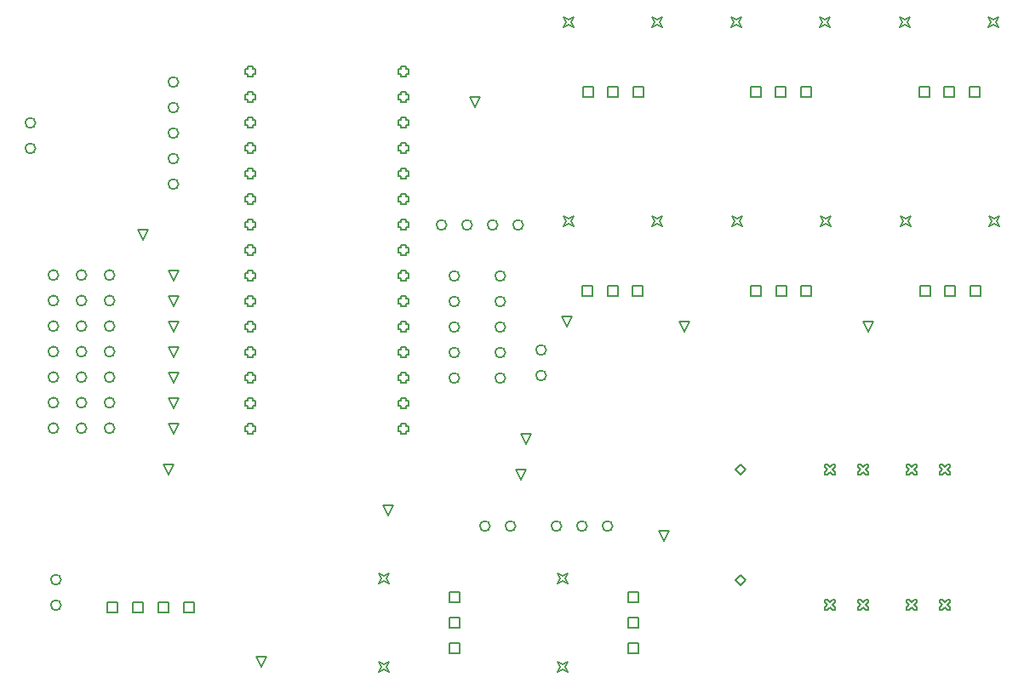
<source format=gbr>
G04*
G04 #@! TF.GenerationSoftware,Altium Limited,Altium Designer,24.1.2 (44)*
G04*
G04 Layer_Color=2752767*
%FSLAX25Y25*%
%MOIN*%
G70*
G04*
G04 #@! TF.SameCoordinates,E3FF4B23-F407-445B-9987-FD0FFFC61A21*
G04*
G04*
G04 #@! TF.FilePolarity,Positive*
G04*
G01*
G75*
%ADD63C,0.00500*%
%ADD64C,0.00667*%
D63*
X313000Y363000D02*
Y362000D01*
X315000D01*
Y363000D01*
X316000D01*
Y365000D01*
X315000D01*
Y366000D01*
X313000D01*
Y365000D01*
X312000D01*
Y363000D01*
X313000D01*
Y373000D02*
Y372000D01*
X315000D01*
Y373000D01*
X316000D01*
Y375000D01*
X315000D01*
Y376000D01*
X313000D01*
Y375000D01*
X312000D01*
Y373000D01*
X313000D01*
Y383000D02*
Y382000D01*
X315000D01*
Y383000D01*
X316000D01*
Y385000D01*
X315000D01*
Y386000D01*
X313000D01*
Y385000D01*
X312000D01*
Y383000D01*
X313000D01*
Y393000D02*
Y392000D01*
X315000D01*
Y393000D01*
X316000D01*
Y395000D01*
X315000D01*
Y396000D01*
X313000D01*
Y395000D01*
X312000D01*
Y393000D01*
X313000D01*
Y403000D02*
Y402000D01*
X315000D01*
Y403000D01*
X316000D01*
Y405000D01*
X315000D01*
Y406000D01*
X313000D01*
Y405000D01*
X312000D01*
Y403000D01*
X313000D01*
Y413000D02*
Y412000D01*
X315000D01*
Y413000D01*
X316000D01*
Y415000D01*
X315000D01*
Y416000D01*
X313000D01*
Y415000D01*
X312000D01*
Y413000D01*
X313000D01*
Y423000D02*
Y422000D01*
X315000D01*
Y423000D01*
X316000D01*
Y425000D01*
X315000D01*
Y426000D01*
X313000D01*
Y425000D01*
X312000D01*
Y423000D01*
X313000D01*
Y433000D02*
Y432000D01*
X315000D01*
Y433000D01*
X316000D01*
Y435000D01*
X315000D01*
Y436000D01*
X313000D01*
Y435000D01*
X312000D01*
Y433000D01*
X313000D01*
Y443000D02*
Y442000D01*
X315000D01*
Y443000D01*
X316000D01*
Y445000D01*
X315000D01*
Y446000D01*
X313000D01*
Y445000D01*
X312000D01*
Y443000D01*
X313000D01*
Y453000D02*
Y452000D01*
X315000D01*
Y453000D01*
X316000D01*
Y455000D01*
X315000D01*
Y456000D01*
X313000D01*
Y455000D01*
X312000D01*
Y453000D01*
X313000D01*
Y463000D02*
Y462000D01*
X315000D01*
Y463000D01*
X316000D01*
Y465000D01*
X315000D01*
Y466000D01*
X313000D01*
Y465000D01*
X312000D01*
Y463000D01*
X313000D01*
Y473000D02*
Y472000D01*
X315000D01*
Y473000D01*
X316000D01*
Y475000D01*
X315000D01*
Y476000D01*
X313000D01*
Y475000D01*
X312000D01*
Y473000D01*
X313000D01*
Y483000D02*
Y482000D01*
X315000D01*
Y483000D01*
X316000D01*
Y485000D01*
X315000D01*
Y486000D01*
X313000D01*
Y485000D01*
X312000D01*
Y483000D01*
X313000D01*
X373000D02*
Y482000D01*
X375000D01*
Y483000D01*
X376000D01*
Y485000D01*
X375000D01*
Y486000D01*
X373000D01*
Y485000D01*
X372000D01*
Y483000D01*
X373000D01*
X313000Y353000D02*
Y352000D01*
X315000D01*
Y353000D01*
X316000D01*
Y355000D01*
X315000D01*
Y356000D01*
X313000D01*
Y355000D01*
X312000D01*
Y353000D01*
X313000D01*
Y343000D02*
Y342000D01*
X315000D01*
Y343000D01*
X316000D01*
Y345000D01*
X315000D01*
Y346000D01*
X313000D01*
Y345000D01*
X312000D01*
Y343000D01*
X313000D01*
X373000Y473000D02*
Y472000D01*
X375000D01*
Y473000D01*
X376000D01*
Y475000D01*
X375000D01*
Y476000D01*
X373000D01*
Y475000D01*
X372000D01*
Y473000D01*
X373000D01*
Y463000D02*
Y462000D01*
X375000D01*
Y463000D01*
X376000D01*
Y465000D01*
X375000D01*
Y466000D01*
X373000D01*
Y465000D01*
X372000D01*
Y463000D01*
X373000D01*
Y453000D02*
Y452000D01*
X375000D01*
Y453000D01*
X376000D01*
Y455000D01*
X375000D01*
Y456000D01*
X373000D01*
Y455000D01*
X372000D01*
Y453000D01*
X373000D01*
Y443000D02*
Y442000D01*
X375000D01*
Y443000D01*
X376000D01*
Y445000D01*
X375000D01*
Y446000D01*
X373000D01*
Y445000D01*
X372000D01*
Y443000D01*
X373000D01*
Y433000D02*
Y432000D01*
X375000D01*
Y433000D01*
X376000D01*
Y435000D01*
X375000D01*
Y436000D01*
X373000D01*
Y435000D01*
X372000D01*
Y433000D01*
X373000D01*
Y423000D02*
Y422000D01*
X375000D01*
Y423000D01*
X376000D01*
Y425000D01*
X375000D01*
Y426000D01*
X373000D01*
Y425000D01*
X372000D01*
Y423000D01*
X373000D01*
Y413000D02*
Y412000D01*
X375000D01*
Y413000D01*
X376000D01*
Y415000D01*
X375000D01*
Y416000D01*
X373000D01*
Y415000D01*
X372000D01*
Y413000D01*
X373000D01*
Y403000D02*
Y402000D01*
X375000D01*
Y403000D01*
X376000D01*
Y405000D01*
X375000D01*
Y406000D01*
X373000D01*
Y405000D01*
X372000D01*
Y403000D01*
X373000D01*
Y393000D02*
Y392000D01*
X375000D01*
Y393000D01*
X376000D01*
Y395000D01*
X375000D01*
Y396000D01*
X373000D01*
Y395000D01*
X372000D01*
Y393000D01*
X373000D01*
Y363000D02*
Y362000D01*
X375000D01*
Y363000D01*
X376000D01*
Y365000D01*
X375000D01*
Y366000D01*
X373000D01*
Y365000D01*
X372000D01*
Y363000D01*
X373000D01*
Y383000D02*
Y382000D01*
X375000D01*
Y383000D01*
X376000D01*
Y385000D01*
X375000D01*
Y386000D01*
X373000D01*
Y385000D01*
X372000D01*
Y383000D01*
X373000D01*
Y373000D02*
Y372000D01*
X375000D01*
Y373000D01*
X376000D01*
Y375000D01*
X375000D01*
Y376000D01*
X373000D01*
Y375000D01*
X372000D01*
Y373000D01*
X373000D01*
Y353000D02*
Y352000D01*
X375000D01*
Y353000D01*
X376000D01*
Y355000D01*
X375000D01*
Y356000D01*
X373000D01*
Y355000D01*
X372000D01*
Y353000D01*
X373000D01*
Y343000D02*
Y342000D01*
X375000D01*
Y343000D01*
X376000D01*
Y345000D01*
X375000D01*
Y346000D01*
X373000D01*
Y345000D01*
X372000D01*
Y343000D01*
X373000D01*
X571000Y273000D02*
X572000D01*
X573000Y274000D01*
X574000Y273000D01*
X575000D01*
Y274000D01*
X574000Y275000D01*
X575000Y276000D01*
Y277000D01*
X574000D01*
X573000Y276000D01*
X572000Y277000D01*
X571000D01*
Y276000D01*
X572000Y275000D01*
X571000Y274000D01*
Y273000D01*
X584000D02*
X585000D01*
X586000Y274000D01*
X587000Y273000D01*
X588000D01*
Y274000D01*
X587000Y275000D01*
X588000Y276000D01*
Y277000D01*
X587000D01*
X586000Y276000D01*
X585000Y277000D01*
X584000D01*
Y276000D01*
X585000Y275000D01*
X584000Y274000D01*
Y273000D01*
X571000Y326000D02*
X572000D01*
X573000Y327000D01*
X574000Y326000D01*
X575000D01*
Y327000D01*
X574000Y328000D01*
X575000Y329000D01*
Y330000D01*
X574000D01*
X573000Y329000D01*
X572000Y330000D01*
X571000D01*
Y329000D01*
X572000Y328000D01*
X571000Y327000D01*
Y326000D01*
X584000D02*
X585000D01*
X586000Y327000D01*
X587000Y326000D01*
X588000D01*
Y327000D01*
X587000Y328000D01*
X588000Y329000D01*
Y330000D01*
X587000D01*
X586000Y329000D01*
X585000Y330000D01*
X584000D01*
Y329000D01*
X585000Y328000D01*
X584000Y327000D01*
Y326000D01*
X504000Y284693D02*
X506000Y286693D01*
X508000Y284693D01*
X506000Y282693D01*
X504000Y284693D01*
Y328000D02*
X506000Y330000D01*
X508000Y328000D01*
X506000Y326000D01*
X504000Y328000D01*
X552000Y326000D02*
X553000D01*
X554000Y327000D01*
X555000Y326000D01*
X556000D01*
Y327000D01*
X555000Y328000D01*
X556000Y329000D01*
Y330000D01*
X555000D01*
X554000Y329000D01*
X553000Y330000D01*
X552000D01*
Y329000D01*
X553000Y328000D01*
X552000Y327000D01*
Y326000D01*
X539000D02*
X540000D01*
X541000Y327000D01*
X542000Y326000D01*
X543000D01*
Y327000D01*
X542000Y328000D01*
X543000Y329000D01*
Y330000D01*
X542000D01*
X541000Y329000D01*
X540000Y330000D01*
X539000D01*
Y329000D01*
X540000Y328000D01*
X539000Y327000D01*
Y326000D01*
X552000Y273000D02*
X553000D01*
X554000Y274000D01*
X555000Y273000D01*
X556000D01*
Y274000D01*
X555000Y275000D01*
X556000Y276000D01*
Y277000D01*
X555000D01*
X554000Y276000D01*
X553000Y277000D01*
X552000D01*
Y276000D01*
X553000Y275000D01*
X552000Y274000D01*
Y273000D01*
X539000D02*
X540000D01*
X541000Y274000D01*
X542000Y273000D01*
X543000D01*
Y274000D01*
X542000Y275000D01*
X543000Y276000D01*
Y277000D01*
X542000D01*
X541000Y276000D01*
X540000Y277000D01*
X539000D01*
Y276000D01*
X540000Y275000D01*
X539000Y274000D01*
Y273000D01*
X576315Y396000D02*
Y400000D01*
X580315D01*
Y396000D01*
X576315D01*
X586158D02*
Y400000D01*
X590158D01*
Y396000D01*
X586158D01*
X596000D02*
Y400000D01*
X600000D01*
Y396000D01*
X596000D01*
X568835Y423559D02*
X569835Y425559D01*
X568835Y427559D01*
X570835Y426559D01*
X572835Y427559D01*
X571835Y425559D01*
X572835Y423559D01*
X570835Y424559D01*
X568835Y423559D01*
X603480D02*
X604480Y425559D01*
X603480Y427559D01*
X605480Y426559D01*
X607480Y427559D01*
X606480Y425559D01*
X607480Y423559D01*
X605480Y424559D01*
X603480Y423559D01*
X510157Y396000D02*
Y400000D01*
X514157D01*
Y396000D01*
X510157D01*
X520000D02*
Y400000D01*
X524000D01*
Y396000D01*
X520000D01*
X529843D02*
Y400000D01*
X533843D01*
Y396000D01*
X529843D01*
X502677Y423559D02*
X503677Y425559D01*
X502677Y427559D01*
X504677Y426559D01*
X506677Y427559D01*
X505677Y425559D01*
X506677Y423559D01*
X504677Y424559D01*
X502677Y423559D01*
X537323D02*
X538323Y425559D01*
X537323Y427559D01*
X539323Y426559D01*
X541323Y427559D01*
X540323Y425559D01*
X541323Y423559D01*
X539323Y424559D01*
X537323Y423559D01*
X444158Y396000D02*
Y400000D01*
X448158D01*
Y396000D01*
X444158D01*
X454000D02*
Y400000D01*
X458000D01*
Y396000D01*
X454000D01*
X463842D02*
Y400000D01*
X467842D01*
Y396000D01*
X463842D01*
X436677Y423559D02*
X437677Y425559D01*
X436677Y427559D01*
X438677Y426559D01*
X440677Y427559D01*
X439677Y425559D01*
X440677Y423559D01*
X438677Y424559D01*
X436677Y423559D01*
X471323D02*
X472323Y425559D01*
X471323Y427559D01*
X473323Y426559D01*
X475323Y427559D01*
X474323Y425559D01*
X475323Y423559D01*
X473323Y424559D01*
X471323Y423559D01*
X576000Y474000D02*
Y478000D01*
X580000D01*
Y474000D01*
X576000D01*
X585843D02*
Y478000D01*
X589843D01*
Y474000D01*
X585843D01*
X595685D02*
Y478000D01*
X599685D01*
Y474000D01*
X595685D01*
X568520Y501559D02*
X569520Y503559D01*
X568520Y505559D01*
X570520Y504559D01*
X572520Y505559D01*
X571520Y503559D01*
X572520Y501559D01*
X570520Y502559D01*
X568520Y501559D01*
X603165D02*
X604165Y503559D01*
X603165Y505559D01*
X605165Y504559D01*
X607165Y505559D01*
X606165Y503559D01*
X607165Y501559D01*
X605165Y502559D01*
X603165Y501559D01*
X510000Y474000D02*
Y478000D01*
X514000D01*
Y474000D01*
X510000D01*
X519842D02*
Y478000D01*
X523842D01*
Y474000D01*
X519842D01*
X529685D02*
Y478000D01*
X533685D01*
Y474000D01*
X529685D01*
X502520Y501559D02*
X503520Y503559D01*
X502520Y505559D01*
X504520Y504559D01*
X506520Y505559D01*
X505520Y503559D01*
X506520Y501559D01*
X504520Y502559D01*
X502520Y501559D01*
X537165D02*
X538165Y503559D01*
X537165Y505559D01*
X539165Y504559D01*
X541165Y505559D01*
X540165Y503559D01*
X541165Y501559D01*
X539165Y502559D01*
X537165Y501559D01*
X444315Y474000D02*
Y478000D01*
X448315D01*
Y474000D01*
X444315D01*
X454157D02*
Y478000D01*
X458157D01*
Y474000D01*
X454157D01*
X464000D02*
Y478000D01*
X468000D01*
Y474000D01*
X464000D01*
X436835Y501559D02*
X437835Y503559D01*
X436835Y505559D01*
X438835Y504559D01*
X440835Y505559D01*
X439835Y503559D01*
X440835Y501559D01*
X438835Y502559D01*
X436835Y501559D01*
X471480D02*
X472480Y503559D01*
X471480Y505559D01*
X473480Y504559D01*
X475480Y505559D01*
X474480Y503559D01*
X475480Y501559D01*
X473480Y502559D01*
X471480Y501559D01*
X462000Y256315D02*
Y260315D01*
X466000D01*
Y256315D01*
X462000D01*
Y266158D02*
Y270158D01*
X466000D01*
Y266158D01*
X462000D01*
Y276000D02*
Y280000D01*
X466000D01*
Y276000D01*
X462000D01*
X434441Y248835D02*
X435441Y250835D01*
X434441Y252835D01*
X436441Y251835D01*
X438441Y252835D01*
X437441Y250835D01*
X438441Y248835D01*
X436441Y249835D01*
X434441Y248835D01*
Y283480D02*
X435441Y285480D01*
X434441Y287480D01*
X436441Y286480D01*
X438441Y287480D01*
X437441Y285480D01*
X438441Y283480D01*
X436441Y284480D01*
X434441Y283480D01*
X392000Y256315D02*
Y260315D01*
X396000D01*
Y256315D01*
X392000D01*
Y266158D02*
Y270158D01*
X396000D01*
Y266158D01*
X392000D01*
Y276000D02*
Y280000D01*
X396000D01*
Y276000D01*
X392000D01*
X364441Y248835D02*
X365441Y250835D01*
X364441Y252835D01*
X366441Y251835D01*
X368441Y252835D01*
X367441Y250835D01*
X368441Y248835D01*
X366441Y249835D01*
X364441Y248835D01*
Y283480D02*
X365441Y285480D01*
X364441Y287480D01*
X366441Y286480D01*
X368441Y287480D01*
X367441Y285480D01*
X368441Y283480D01*
X366441Y284480D01*
X364441Y283480D01*
X288000Y272000D02*
Y276000D01*
X292000D01*
Y272000D01*
X288000D01*
X278000D02*
Y276000D01*
X282000D01*
Y272000D01*
X278000D01*
X268000D02*
Y276000D01*
X272000D01*
Y272000D01*
X268000D01*
X258000D02*
Y276000D01*
X262000D01*
Y272000D01*
X258000D01*
X438000Y384000D02*
X436000Y388000D01*
X440000D01*
X438000Y384000D01*
X556000Y382000D02*
X554000Y386000D01*
X558000D01*
X556000Y382000D01*
X272000Y418000D02*
X270000Y422000D01*
X274000D01*
X272000Y418000D01*
X282000Y326000D02*
X280000Y330000D01*
X284000D01*
X282000Y326000D01*
X318512Y250958D02*
X316512Y254959D01*
X320512D01*
X318512Y250958D01*
X476000Y300000D02*
X474000Y304000D01*
X478000D01*
X476000Y300000D01*
X368000Y310000D02*
X366000Y314000D01*
X370000D01*
X368000Y310000D01*
X484000Y382000D02*
X482000Y386000D01*
X486000D01*
X484000Y382000D01*
X402000Y470000D02*
X400000Y474000D01*
X404000D01*
X402000Y470000D01*
X420000Y324000D02*
X418000Y328000D01*
X422000D01*
X420000Y324000D01*
X422000Y338000D02*
X420000Y342000D01*
X424000D01*
X422000Y338000D01*
X284000Y342000D02*
X282000Y346000D01*
X286000D01*
X284000Y342000D01*
Y352000D02*
X282000Y356000D01*
X286000D01*
X284000Y352000D01*
Y362000D02*
X282000Y366000D01*
X286000D01*
X284000Y362000D01*
Y372000D02*
X282000Y376000D01*
X286000D01*
X284000Y372000D01*
Y382000D02*
X282000Y386000D01*
X286000D01*
X284000Y382000D01*
Y392000D02*
X282000Y396000D01*
X286000D01*
X284000Y392000D01*
Y402000D02*
X282000Y406000D01*
X286000D01*
X284000Y402000D01*
D64*
X239000Y404347D02*
G03*
X239000Y404347I-2000J0D01*
G01*
Y394346D02*
G03*
X239000Y394346I-2000J0D01*
G01*
Y374346D02*
G03*
X239000Y374346I-2000J0D01*
G01*
Y354346D02*
G03*
X239000Y354346I-2000J0D01*
G01*
Y344346D02*
G03*
X239000Y344346I-2000J0D01*
G01*
Y364347D02*
G03*
X239000Y364347I-2000J0D01*
G01*
Y384347D02*
G03*
X239000Y384347I-2000J0D01*
G01*
X250000Y404347D02*
G03*
X250000Y404347I-2000J0D01*
G01*
Y394346D02*
G03*
X250000Y394346I-2000J0D01*
G01*
Y374346D02*
G03*
X250000Y374346I-2000J0D01*
G01*
Y354346D02*
G03*
X250000Y354346I-2000J0D01*
G01*
Y344346D02*
G03*
X250000Y344346I-2000J0D01*
G01*
Y364347D02*
G03*
X250000Y364347I-2000J0D01*
G01*
Y384347D02*
G03*
X250000Y384347I-2000J0D01*
G01*
X261000Y404347D02*
G03*
X261000Y404347I-2000J0D01*
G01*
Y394346D02*
G03*
X261000Y394346I-2000J0D01*
G01*
Y374346D02*
G03*
X261000Y374346I-2000J0D01*
G01*
Y354346D02*
G03*
X261000Y354346I-2000J0D01*
G01*
Y344346D02*
G03*
X261000Y344346I-2000J0D01*
G01*
Y364347D02*
G03*
X261000Y364347I-2000J0D01*
G01*
Y384347D02*
G03*
X261000Y384347I-2000J0D01*
G01*
X414000Y384000D02*
G03*
X414000Y384000I-2000J0D01*
G01*
Y364000D02*
G03*
X414000Y364000I-2000J0D01*
G01*
Y374000D02*
G03*
X414000Y374000I-2000J0D01*
G01*
Y394000D02*
G03*
X414000Y394000I-2000J0D01*
G01*
Y404000D02*
G03*
X414000Y404000I-2000J0D01*
G01*
X411000Y424000D02*
G03*
X411000Y424000I-2000J0D01*
G01*
X421000D02*
G03*
X421000Y424000I-2000J0D01*
G01*
X401000D02*
G03*
X401000Y424000I-2000J0D01*
G01*
X391000D02*
G03*
X391000Y424000I-2000J0D01*
G01*
X436000Y306000D02*
G03*
X436000Y306000I-2000J0D01*
G01*
X446000D02*
G03*
X446000Y306000I-2000J0D01*
G01*
X456000D02*
G03*
X456000Y306000I-2000J0D01*
G01*
X408000D02*
G03*
X408000Y306000I-2000J0D01*
G01*
X418000D02*
G03*
X418000Y306000I-2000J0D01*
G01*
X430000Y375000D02*
G03*
X430000Y375000I-2000J0D01*
G01*
Y365000D02*
G03*
X430000Y365000I-2000J0D01*
G01*
X240000Y285000D02*
G03*
X240000Y285000I-2000J0D01*
G01*
Y275000D02*
G03*
X240000Y275000I-2000J0D01*
G01*
X286000Y460000D02*
G03*
X286000Y460000I-2000J0D01*
G01*
Y440000D02*
G03*
X286000Y440000I-2000J0D01*
G01*
Y450000D02*
G03*
X286000Y450000I-2000J0D01*
G01*
Y470000D02*
G03*
X286000Y470000I-2000J0D01*
G01*
Y480000D02*
G03*
X286000Y480000I-2000J0D01*
G01*
X396000Y384000D02*
G03*
X396000Y384000I-2000J0D01*
G01*
Y364000D02*
G03*
X396000Y364000I-2000J0D01*
G01*
Y374000D02*
G03*
X396000Y374000I-2000J0D01*
G01*
Y394000D02*
G03*
X396000Y394000I-2000J0D01*
G01*
Y404000D02*
G03*
X396000Y404000I-2000J0D01*
G01*
X230000Y464000D02*
G03*
X230000Y464000I-2000J0D01*
G01*
Y454000D02*
G03*
X230000Y454000I-2000J0D01*
G01*
M02*

</source>
